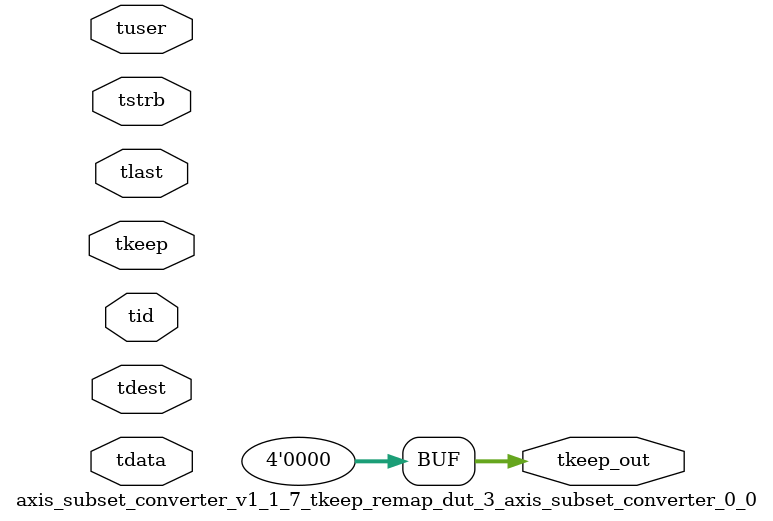
<source format=v>


`timescale 1ps/1ps

module axis_subset_converter_v1_1_7_tkeep_remap_dut_3_axis_subset_converter_0_0 #
(
parameter C_S_AXIS_TDATA_WIDTH = 32,
parameter C_S_AXIS_TUSER_WIDTH = 0,
parameter C_S_AXIS_TID_WIDTH   = 0,
parameter C_S_AXIS_TDEST_WIDTH = 0,
parameter C_M_AXIS_TDATA_WIDTH = 32
)
(
input  [(C_S_AXIS_TDATA_WIDTH == 0 ? 1 : C_S_AXIS_TDATA_WIDTH)-1:0     ] tdata,
input  [(C_S_AXIS_TUSER_WIDTH == 0 ? 1 : C_S_AXIS_TUSER_WIDTH)-1:0     ] tuser,
input  [(C_S_AXIS_TID_WIDTH   == 0 ? 1 : C_S_AXIS_TID_WIDTH)-1:0       ] tid,
input  [(C_S_AXIS_TDEST_WIDTH == 0 ? 1 : C_S_AXIS_TDEST_WIDTH)-1:0     ] tdest,
input  [(C_S_AXIS_TDATA_WIDTH/8)-1:0 ] tkeep,
input  [(C_S_AXIS_TDATA_WIDTH/8)-1:0 ] tstrb,
input                                                                    tlast,
output [(C_M_AXIS_TDATA_WIDTH/8)-1:0 ] tkeep_out
);

assign tkeep_out = {1'b0};

endmodule


</source>
